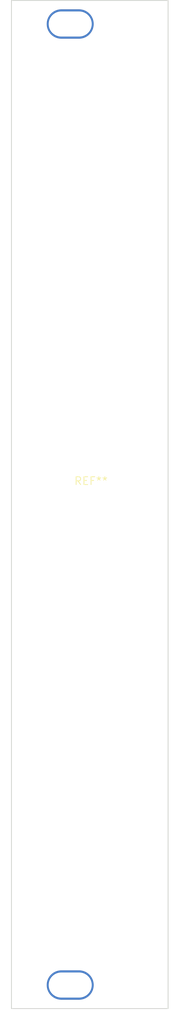
<source format=kicad_pcb>
(kicad_pcb (version 20240108) (generator "pcbnew") (generator_version "8.0")
  (layers (0 "F.Cu" signal) (31 "B.Cu" signal) (34 "B.Paste" user) (35 "F.Paste" user) (36 "B.SilkS" user "B.Silkscreen") (37 "F.SilkS" user "F.Silkscreen") (38 "B.Mask" user) (39 "F.Mask" user) (44 "Edge.Cuts" user))
  (net 0 "")
  (footprint "Eurorack:Faceplate_4HP_Mounting_Slots" (layer "F.Cu") (at 144.018 100.965)
    (property "Reference" "REF**" (at 0 -0.5 0) (layer "F.SilkS") (effects (font (thickness 0.1))))
    (property "Value" "Faceplate_4HP_Mounting_Slots")
    (fp_rect (start -10.16 -61.75) (end 9.84 66.75) (stroke (width 0.1)) (fill none) (layer "Edge.Cuts"))
    (pad "1" thru_hole oval (at -2.66 -58.75 90) (size 3.75 6) (drill oval 3.2 5.5) (layers "*.Cu" "*.Mask"))
    (pad "1" thru_hole oval (at -2.66 63.75 90) (size 3.75 6) (drill oval 3.2 5.5) (layers "*.Cu" "*.Mask"))
  )
)
</source>
